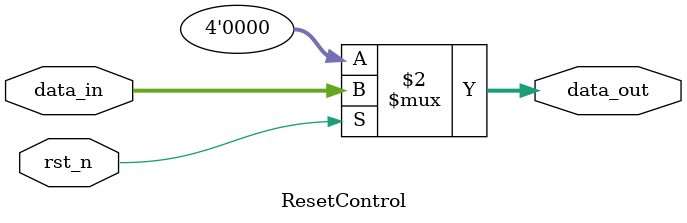
<source format=sv>
module AsyncResetNOT (
    input rst_n,
    input [3:0] d,
    output [3:0] q
);

    // Instantiate inverter module
    InverterModule inverter (
        .d(d),
        .inv_d(q_inv)
    );

    // Instantiate reset control module
    ResetControl reset_ctrl (
        .rst_n(rst_n),
        .data_in(q_inv),
        .data_out(q)
    );

endmodule

// Inverter submodule
module InverterModule (
    input [3:0] d,
    output [3:0] inv_d
);
    assign inv_d = ~d;
endmodule

// Reset control submodule
module ResetControl (
    input rst_n,
    input [3:0] data_in,
    output reg [3:0] data_out
);
    always @(*) begin
        data_out = rst_n ? data_in : 4'b0000;
    end
endmodule
</source>
